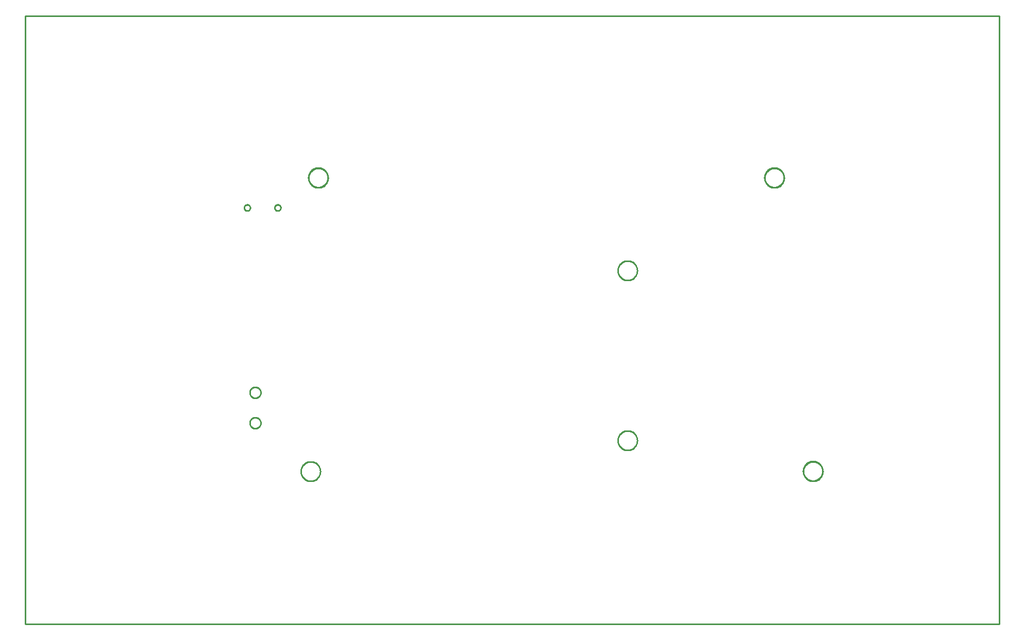
<source format=gbr>
G04 EAGLE Gerber RS-274X export*
G75*
%MOMM*%
%FSLAX34Y34*%
%LPD*%
%IN*%
%IPPOS*%
%AMOC8*
5,1,8,0,0,1.08239X$1,22.5*%
G01*
%ADD10C,0.254000*%


D10*
X0Y0D02*
X1600000Y0D01*
X1600000Y1000000D01*
X0Y1000000D01*
X0Y0D01*
X497332Y733536D02*
X497263Y732491D01*
X497127Y731452D01*
X496922Y730424D01*
X496651Y729412D01*
X496314Y728420D01*
X495913Y727452D01*
X495450Y726513D01*
X494926Y725605D01*
X494344Y724734D01*
X493706Y723903D01*
X493016Y723115D01*
X492275Y722374D01*
X491487Y721684D01*
X490656Y721046D01*
X489785Y720464D01*
X488877Y719940D01*
X487938Y719477D01*
X486970Y719076D01*
X485978Y718739D01*
X484966Y718468D01*
X483938Y718263D01*
X482899Y718127D01*
X481854Y718058D01*
X480806Y718058D01*
X479761Y718127D01*
X478722Y718263D01*
X477694Y718468D01*
X476682Y718739D01*
X475690Y719076D01*
X474722Y719477D01*
X473783Y719940D01*
X472875Y720464D01*
X472004Y721046D01*
X471173Y721684D01*
X470385Y722374D01*
X469644Y723115D01*
X468954Y723903D01*
X468316Y724734D01*
X467734Y725605D01*
X467210Y726513D01*
X466747Y727452D01*
X466346Y728420D01*
X466009Y729412D01*
X465738Y730424D01*
X465533Y731452D01*
X465397Y732491D01*
X465328Y733536D01*
X465328Y734584D01*
X465397Y735629D01*
X465533Y736668D01*
X465738Y737696D01*
X466009Y738708D01*
X466346Y739700D01*
X466747Y740668D01*
X467210Y741607D01*
X467734Y742515D01*
X468316Y743386D01*
X468954Y744217D01*
X469644Y745005D01*
X470385Y745746D01*
X471173Y746436D01*
X472004Y747074D01*
X472875Y747656D01*
X473783Y748180D01*
X474722Y748643D01*
X475690Y749044D01*
X476682Y749381D01*
X477694Y749652D01*
X478722Y749857D01*
X479761Y749993D01*
X480806Y750062D01*
X481854Y750062D01*
X482899Y749993D01*
X483938Y749857D01*
X484966Y749652D01*
X485978Y749381D01*
X486970Y749044D01*
X487938Y748643D01*
X488877Y748180D01*
X489785Y747656D01*
X490656Y747074D01*
X491487Y746436D01*
X492275Y745746D01*
X493016Y745005D01*
X493706Y744217D01*
X494344Y743386D01*
X494926Y742515D01*
X495450Y741607D01*
X495913Y740668D01*
X496314Y739700D01*
X496651Y738708D01*
X496922Y737696D01*
X497127Y736668D01*
X497263Y735629D01*
X497332Y734584D01*
X497332Y733536D01*
X1246632Y733536D02*
X1246563Y732491D01*
X1246427Y731452D01*
X1246222Y730424D01*
X1245951Y729412D01*
X1245614Y728420D01*
X1245213Y727452D01*
X1244750Y726513D01*
X1244226Y725605D01*
X1243644Y724734D01*
X1243006Y723903D01*
X1242316Y723115D01*
X1241575Y722374D01*
X1240787Y721684D01*
X1239956Y721046D01*
X1239085Y720464D01*
X1238177Y719940D01*
X1237238Y719477D01*
X1236270Y719076D01*
X1235278Y718739D01*
X1234266Y718468D01*
X1233238Y718263D01*
X1232199Y718127D01*
X1231154Y718058D01*
X1230106Y718058D01*
X1229061Y718127D01*
X1228022Y718263D01*
X1226994Y718468D01*
X1225982Y718739D01*
X1224990Y719076D01*
X1224022Y719477D01*
X1223083Y719940D01*
X1222175Y720464D01*
X1221304Y721046D01*
X1220473Y721684D01*
X1219685Y722374D01*
X1218944Y723115D01*
X1218254Y723903D01*
X1217616Y724734D01*
X1217034Y725605D01*
X1216510Y726513D01*
X1216047Y727452D01*
X1215646Y728420D01*
X1215309Y729412D01*
X1215038Y730424D01*
X1214833Y731452D01*
X1214697Y732491D01*
X1214628Y733536D01*
X1214628Y734584D01*
X1214697Y735629D01*
X1214833Y736668D01*
X1215038Y737696D01*
X1215309Y738708D01*
X1215646Y739700D01*
X1216047Y740668D01*
X1216510Y741607D01*
X1217034Y742515D01*
X1217616Y743386D01*
X1218254Y744217D01*
X1218944Y745005D01*
X1219685Y745746D01*
X1220473Y746436D01*
X1221304Y747074D01*
X1222175Y747656D01*
X1223083Y748180D01*
X1224022Y748643D01*
X1224990Y749044D01*
X1225982Y749381D01*
X1226994Y749652D01*
X1228022Y749857D01*
X1229061Y749993D01*
X1230106Y750062D01*
X1231154Y750062D01*
X1232199Y749993D01*
X1233238Y749857D01*
X1234266Y749652D01*
X1235278Y749381D01*
X1236270Y749044D01*
X1237238Y748643D01*
X1238177Y748180D01*
X1239085Y747656D01*
X1239956Y747074D01*
X1240787Y746436D01*
X1241575Y745746D01*
X1242316Y745005D01*
X1243006Y744217D01*
X1243644Y743386D01*
X1244226Y742515D01*
X1244750Y741607D01*
X1245213Y740668D01*
X1245614Y739700D01*
X1245951Y738708D01*
X1246222Y737696D01*
X1246427Y736668D01*
X1246563Y735629D01*
X1246632Y734584D01*
X1246632Y733536D01*
X1310132Y250936D02*
X1310063Y249891D01*
X1309927Y248852D01*
X1309722Y247824D01*
X1309451Y246812D01*
X1309114Y245820D01*
X1308713Y244852D01*
X1308250Y243913D01*
X1307726Y243005D01*
X1307144Y242134D01*
X1306506Y241303D01*
X1305816Y240515D01*
X1305075Y239774D01*
X1304287Y239084D01*
X1303456Y238446D01*
X1302585Y237864D01*
X1301677Y237340D01*
X1300738Y236877D01*
X1299770Y236476D01*
X1298778Y236139D01*
X1297766Y235868D01*
X1296738Y235663D01*
X1295699Y235527D01*
X1294654Y235458D01*
X1293606Y235458D01*
X1292561Y235527D01*
X1291522Y235663D01*
X1290494Y235868D01*
X1289482Y236139D01*
X1288490Y236476D01*
X1287522Y236877D01*
X1286583Y237340D01*
X1285675Y237864D01*
X1284804Y238446D01*
X1283973Y239084D01*
X1283185Y239774D01*
X1282444Y240515D01*
X1281754Y241303D01*
X1281116Y242134D01*
X1280534Y243005D01*
X1280010Y243913D01*
X1279547Y244852D01*
X1279146Y245820D01*
X1278809Y246812D01*
X1278538Y247824D01*
X1278333Y248852D01*
X1278197Y249891D01*
X1278128Y250936D01*
X1278128Y251984D01*
X1278197Y253029D01*
X1278333Y254068D01*
X1278538Y255096D01*
X1278809Y256108D01*
X1279146Y257100D01*
X1279547Y258068D01*
X1280010Y259007D01*
X1280534Y259915D01*
X1281116Y260786D01*
X1281754Y261617D01*
X1282444Y262405D01*
X1283185Y263146D01*
X1283973Y263836D01*
X1284804Y264474D01*
X1285675Y265056D01*
X1286583Y265580D01*
X1287522Y266043D01*
X1288490Y266444D01*
X1289482Y266781D01*
X1290494Y267052D01*
X1291522Y267257D01*
X1292561Y267393D01*
X1293606Y267462D01*
X1294654Y267462D01*
X1295699Y267393D01*
X1296738Y267257D01*
X1297766Y267052D01*
X1298778Y266781D01*
X1299770Y266444D01*
X1300738Y266043D01*
X1301677Y265580D01*
X1302585Y265056D01*
X1303456Y264474D01*
X1304287Y263836D01*
X1305075Y263146D01*
X1305816Y262405D01*
X1306506Y261617D01*
X1307144Y260786D01*
X1307726Y259915D01*
X1308250Y259007D01*
X1308713Y258068D01*
X1309114Y257100D01*
X1309451Y256108D01*
X1309722Y255096D01*
X1309927Y254068D01*
X1310063Y253029D01*
X1310132Y251984D01*
X1310132Y250936D01*
X1310384Y250428D02*
X1310316Y249383D01*
X1310179Y248344D01*
X1309974Y247317D01*
X1309703Y246305D01*
X1309367Y245313D01*
X1308966Y244345D01*
X1308502Y243406D01*
X1307979Y242498D01*
X1307397Y241627D01*
X1306759Y240796D01*
X1306068Y240009D01*
X1305327Y239268D01*
X1304540Y238577D01*
X1303709Y237940D01*
X1302838Y237358D01*
X1301930Y236834D01*
X1300991Y236370D01*
X1300023Y235969D01*
X1299031Y235633D01*
X1298019Y235362D01*
X1296992Y235157D01*
X1295953Y235021D01*
X1294908Y234952D01*
X1293860Y234952D01*
X1292815Y235021D01*
X1291776Y235157D01*
X1290749Y235362D01*
X1289737Y235633D01*
X1288745Y235969D01*
X1287777Y236370D01*
X1286838Y236834D01*
X1285930Y237358D01*
X1285059Y237940D01*
X1284228Y238577D01*
X1283441Y239268D01*
X1282700Y240009D01*
X1282009Y240796D01*
X1281372Y241627D01*
X1280790Y242498D01*
X1280266Y243406D01*
X1279802Y244345D01*
X1279401Y245313D01*
X1279065Y246305D01*
X1278794Y247317D01*
X1278589Y248344D01*
X1278453Y249383D01*
X1278384Y250428D01*
X1278384Y251476D01*
X1278453Y252521D01*
X1278589Y253560D01*
X1278794Y254587D01*
X1279065Y255599D01*
X1279401Y256591D01*
X1279802Y257559D01*
X1280266Y258498D01*
X1280790Y259406D01*
X1281372Y260277D01*
X1282009Y261108D01*
X1282700Y261895D01*
X1283441Y262636D01*
X1284228Y263327D01*
X1285059Y263965D01*
X1285930Y264547D01*
X1286838Y265070D01*
X1287777Y265534D01*
X1288745Y265935D01*
X1289737Y266271D01*
X1290749Y266542D01*
X1291776Y266747D01*
X1292815Y266884D01*
X1293860Y266952D01*
X1294908Y266952D01*
X1295953Y266884D01*
X1296992Y266747D01*
X1298019Y266542D01*
X1299031Y266271D01*
X1300023Y265935D01*
X1300991Y265534D01*
X1301930Y265070D01*
X1302838Y264547D01*
X1303709Y263965D01*
X1304540Y263327D01*
X1305327Y262636D01*
X1306068Y261895D01*
X1306759Y261108D01*
X1307397Y260277D01*
X1307979Y259406D01*
X1308502Y258498D01*
X1308966Y257559D01*
X1309367Y256591D01*
X1309703Y255599D01*
X1309974Y254587D01*
X1310179Y253560D01*
X1310316Y252521D01*
X1310384Y251476D01*
X1310384Y250428D01*
X497584Y733028D02*
X497516Y731983D01*
X497379Y730944D01*
X497174Y729917D01*
X496903Y728905D01*
X496567Y727913D01*
X496166Y726945D01*
X495702Y726006D01*
X495179Y725098D01*
X494597Y724227D01*
X493959Y723396D01*
X493268Y722609D01*
X492527Y721868D01*
X491740Y721177D01*
X490909Y720540D01*
X490038Y719958D01*
X489130Y719434D01*
X488191Y718970D01*
X487223Y718569D01*
X486231Y718233D01*
X485219Y717962D01*
X484192Y717757D01*
X483153Y717621D01*
X482108Y717552D01*
X481060Y717552D01*
X480015Y717621D01*
X478976Y717757D01*
X477949Y717962D01*
X476937Y718233D01*
X475945Y718569D01*
X474977Y718970D01*
X474038Y719434D01*
X473130Y719958D01*
X472259Y720540D01*
X471428Y721177D01*
X470641Y721868D01*
X469900Y722609D01*
X469209Y723396D01*
X468572Y724227D01*
X467990Y725098D01*
X467466Y726006D01*
X467002Y726945D01*
X466601Y727913D01*
X466265Y728905D01*
X465994Y729917D01*
X465789Y730944D01*
X465653Y731983D01*
X465584Y733028D01*
X465584Y734076D01*
X465653Y735121D01*
X465789Y736160D01*
X465994Y737187D01*
X466265Y738199D01*
X466601Y739191D01*
X467002Y740159D01*
X467466Y741098D01*
X467990Y742006D01*
X468572Y742877D01*
X469209Y743708D01*
X469900Y744495D01*
X470641Y745236D01*
X471428Y745927D01*
X472259Y746565D01*
X473130Y747147D01*
X474038Y747670D01*
X474977Y748134D01*
X475945Y748535D01*
X476937Y748871D01*
X477949Y749142D01*
X478976Y749347D01*
X480015Y749484D01*
X481060Y749552D01*
X482108Y749552D01*
X483153Y749484D01*
X484192Y749347D01*
X485219Y749142D01*
X486231Y748871D01*
X487223Y748535D01*
X488191Y748134D01*
X489130Y747670D01*
X490038Y747147D01*
X490909Y746565D01*
X491740Y745927D01*
X492527Y745236D01*
X493268Y744495D01*
X493959Y743708D01*
X494597Y742877D01*
X495179Y742006D01*
X495702Y741098D01*
X496166Y740159D01*
X496567Y739191D01*
X496903Y738199D01*
X497174Y737187D01*
X497379Y736160D01*
X497516Y735121D01*
X497584Y734076D01*
X497584Y733028D01*
X1246884Y733028D02*
X1246816Y731983D01*
X1246679Y730944D01*
X1246474Y729917D01*
X1246203Y728905D01*
X1245867Y727913D01*
X1245466Y726945D01*
X1245002Y726006D01*
X1244479Y725098D01*
X1243897Y724227D01*
X1243259Y723396D01*
X1242568Y722609D01*
X1241827Y721868D01*
X1241040Y721177D01*
X1240209Y720540D01*
X1239338Y719958D01*
X1238430Y719434D01*
X1237491Y718970D01*
X1236523Y718569D01*
X1235531Y718233D01*
X1234519Y717962D01*
X1233492Y717757D01*
X1232453Y717621D01*
X1231408Y717552D01*
X1230360Y717552D01*
X1229315Y717621D01*
X1228276Y717757D01*
X1227249Y717962D01*
X1226237Y718233D01*
X1225245Y718569D01*
X1224277Y718970D01*
X1223338Y719434D01*
X1222430Y719958D01*
X1221559Y720540D01*
X1220728Y721177D01*
X1219941Y721868D01*
X1219200Y722609D01*
X1218509Y723396D01*
X1217872Y724227D01*
X1217290Y725098D01*
X1216766Y726006D01*
X1216302Y726945D01*
X1215901Y727913D01*
X1215565Y728905D01*
X1215294Y729917D01*
X1215089Y730944D01*
X1214953Y731983D01*
X1214884Y733028D01*
X1214884Y734076D01*
X1214953Y735121D01*
X1215089Y736160D01*
X1215294Y737187D01*
X1215565Y738199D01*
X1215901Y739191D01*
X1216302Y740159D01*
X1216766Y741098D01*
X1217290Y742006D01*
X1217872Y742877D01*
X1218509Y743708D01*
X1219200Y744495D01*
X1219941Y745236D01*
X1220728Y745927D01*
X1221559Y746565D01*
X1222430Y747147D01*
X1223338Y747670D01*
X1224277Y748134D01*
X1225245Y748535D01*
X1226237Y748871D01*
X1227249Y749142D01*
X1228276Y749347D01*
X1229315Y749484D01*
X1230360Y749552D01*
X1231408Y749552D01*
X1232453Y749484D01*
X1233492Y749347D01*
X1234519Y749142D01*
X1235531Y748871D01*
X1236523Y748535D01*
X1237491Y748134D01*
X1238430Y747670D01*
X1239338Y747147D01*
X1240209Y746565D01*
X1241040Y745927D01*
X1241827Y745236D01*
X1242568Y744495D01*
X1243259Y743708D01*
X1243897Y742877D01*
X1244479Y742006D01*
X1245002Y741098D01*
X1245466Y740159D01*
X1245867Y739191D01*
X1246203Y738199D01*
X1246474Y737187D01*
X1246679Y736160D01*
X1246816Y735121D01*
X1246884Y734076D01*
X1246884Y733028D01*
X484884Y250428D02*
X484816Y249383D01*
X484679Y248344D01*
X484474Y247317D01*
X484203Y246305D01*
X483867Y245313D01*
X483466Y244345D01*
X483002Y243406D01*
X482479Y242498D01*
X481897Y241627D01*
X481259Y240796D01*
X480568Y240009D01*
X479827Y239268D01*
X479040Y238577D01*
X478209Y237940D01*
X477338Y237358D01*
X476430Y236834D01*
X475491Y236370D01*
X474523Y235969D01*
X473531Y235633D01*
X472519Y235362D01*
X471492Y235157D01*
X470453Y235021D01*
X469408Y234952D01*
X468360Y234952D01*
X467315Y235021D01*
X466276Y235157D01*
X465249Y235362D01*
X464237Y235633D01*
X463245Y235969D01*
X462277Y236370D01*
X461338Y236834D01*
X460430Y237358D01*
X459559Y237940D01*
X458728Y238577D01*
X457941Y239268D01*
X457200Y240009D01*
X456509Y240796D01*
X455872Y241627D01*
X455290Y242498D01*
X454766Y243406D01*
X454302Y244345D01*
X453901Y245313D01*
X453565Y246305D01*
X453294Y247317D01*
X453089Y248344D01*
X452953Y249383D01*
X452884Y250428D01*
X452884Y251476D01*
X452953Y252521D01*
X453089Y253560D01*
X453294Y254587D01*
X453565Y255599D01*
X453901Y256591D01*
X454302Y257559D01*
X454766Y258498D01*
X455290Y259406D01*
X455872Y260277D01*
X456509Y261108D01*
X457200Y261895D01*
X457941Y262636D01*
X458728Y263327D01*
X459559Y263965D01*
X460430Y264547D01*
X461338Y265070D01*
X462277Y265534D01*
X463245Y265935D01*
X464237Y266271D01*
X465249Y266542D01*
X466276Y266747D01*
X467315Y266884D01*
X468360Y266952D01*
X469408Y266952D01*
X470453Y266884D01*
X471492Y266747D01*
X472519Y266542D01*
X473531Y266271D01*
X474523Y265935D01*
X475491Y265534D01*
X476430Y265070D01*
X477338Y264547D01*
X478209Y263965D01*
X479040Y263327D01*
X479827Y262636D01*
X480568Y261895D01*
X481259Y261108D01*
X481897Y260277D01*
X482479Y259406D01*
X483002Y258498D01*
X483466Y257559D01*
X483867Y256591D01*
X484203Y255599D01*
X484474Y254587D01*
X484679Y253560D01*
X484816Y252521D01*
X484884Y251476D01*
X484884Y250428D01*
X1005584Y580628D02*
X1005516Y579583D01*
X1005379Y578544D01*
X1005174Y577517D01*
X1004903Y576505D01*
X1004567Y575513D01*
X1004166Y574545D01*
X1003702Y573606D01*
X1003179Y572698D01*
X1002597Y571827D01*
X1001959Y570996D01*
X1001268Y570209D01*
X1000527Y569468D01*
X999740Y568777D01*
X998909Y568140D01*
X998038Y567558D01*
X997130Y567034D01*
X996191Y566570D01*
X995223Y566169D01*
X994231Y565833D01*
X993219Y565562D01*
X992192Y565357D01*
X991153Y565221D01*
X990108Y565152D01*
X989060Y565152D01*
X988015Y565221D01*
X986976Y565357D01*
X985949Y565562D01*
X984937Y565833D01*
X983945Y566169D01*
X982977Y566570D01*
X982038Y567034D01*
X981130Y567558D01*
X980259Y568140D01*
X979428Y568777D01*
X978641Y569468D01*
X977900Y570209D01*
X977209Y570996D01*
X976572Y571827D01*
X975990Y572698D01*
X975466Y573606D01*
X975002Y574545D01*
X974601Y575513D01*
X974265Y576505D01*
X973994Y577517D01*
X973789Y578544D01*
X973653Y579583D01*
X973584Y580628D01*
X973584Y581676D01*
X973653Y582721D01*
X973789Y583760D01*
X973994Y584787D01*
X974265Y585799D01*
X974601Y586791D01*
X975002Y587759D01*
X975466Y588698D01*
X975990Y589606D01*
X976572Y590477D01*
X977209Y591308D01*
X977900Y592095D01*
X978641Y592836D01*
X979428Y593527D01*
X980259Y594165D01*
X981130Y594747D01*
X982038Y595270D01*
X982977Y595734D01*
X983945Y596135D01*
X984937Y596471D01*
X985949Y596742D01*
X986976Y596947D01*
X988015Y597084D01*
X989060Y597152D01*
X990108Y597152D01*
X991153Y597084D01*
X992192Y596947D01*
X993219Y596742D01*
X994231Y596471D01*
X995223Y596135D01*
X996191Y595734D01*
X997130Y595270D01*
X998038Y594747D01*
X998909Y594165D01*
X999740Y593527D01*
X1000527Y592836D01*
X1001268Y592095D01*
X1001959Y591308D01*
X1002597Y590477D01*
X1003179Y589606D01*
X1003702Y588698D01*
X1004166Y587759D01*
X1004567Y586791D01*
X1004903Y585799D01*
X1005174Y584787D01*
X1005379Y583760D01*
X1005516Y582721D01*
X1005584Y581676D01*
X1005584Y580628D01*
X1005584Y301228D02*
X1005516Y300183D01*
X1005379Y299144D01*
X1005174Y298117D01*
X1004903Y297105D01*
X1004567Y296113D01*
X1004166Y295145D01*
X1003702Y294206D01*
X1003179Y293298D01*
X1002597Y292427D01*
X1001959Y291596D01*
X1001268Y290809D01*
X1000527Y290068D01*
X999740Y289377D01*
X998909Y288740D01*
X998038Y288158D01*
X997130Y287634D01*
X996191Y287170D01*
X995223Y286769D01*
X994231Y286433D01*
X993219Y286162D01*
X992192Y285957D01*
X991153Y285821D01*
X990108Y285752D01*
X989060Y285752D01*
X988015Y285821D01*
X986976Y285957D01*
X985949Y286162D01*
X984937Y286433D01*
X983945Y286769D01*
X982977Y287170D01*
X982038Y287634D01*
X981130Y288158D01*
X980259Y288740D01*
X979428Y289377D01*
X978641Y290068D01*
X977900Y290809D01*
X977209Y291596D01*
X976572Y292427D01*
X975990Y293298D01*
X975466Y294206D01*
X975002Y295145D01*
X974601Y296113D01*
X974265Y297105D01*
X973994Y298117D01*
X973789Y299144D01*
X973653Y300183D01*
X973584Y301228D01*
X973584Y302276D01*
X973653Y303321D01*
X973789Y304360D01*
X973994Y305387D01*
X974265Y306399D01*
X974601Y307391D01*
X975002Y308359D01*
X975466Y309298D01*
X975990Y310206D01*
X976572Y311077D01*
X977209Y311908D01*
X977900Y312695D01*
X978641Y313436D01*
X979428Y314127D01*
X980259Y314765D01*
X981130Y315347D01*
X982038Y315870D01*
X982977Y316334D01*
X983945Y316735D01*
X984937Y317071D01*
X985949Y317342D01*
X986976Y317547D01*
X988015Y317684D01*
X989060Y317752D01*
X990108Y317752D01*
X991153Y317684D01*
X992192Y317547D01*
X993219Y317342D01*
X994231Y317071D01*
X995223Y316735D01*
X996191Y316334D01*
X997130Y315870D01*
X998038Y315347D01*
X998909Y314765D01*
X999740Y314127D01*
X1000527Y313436D01*
X1001268Y312695D01*
X1001959Y311908D01*
X1002597Y311077D01*
X1003179Y310206D01*
X1003702Y309298D01*
X1004166Y308359D01*
X1004567Y307391D01*
X1004903Y306399D01*
X1005174Y305387D01*
X1005379Y304360D01*
X1005516Y303321D01*
X1005584Y302276D01*
X1005584Y301228D01*
X386900Y380207D02*
X386832Y379424D01*
X386695Y378650D01*
X386492Y377891D01*
X386223Y377153D01*
X385891Y376440D01*
X385498Y375760D01*
X385047Y375116D01*
X384542Y374514D01*
X383986Y373958D01*
X383384Y373453D01*
X382740Y373002D01*
X382060Y372609D01*
X381347Y372277D01*
X380609Y372008D01*
X379850Y371805D01*
X379076Y371669D01*
X378293Y371600D01*
X377507Y371600D01*
X376724Y371669D01*
X375950Y371805D01*
X375191Y372008D01*
X374453Y372277D01*
X373740Y372609D01*
X373060Y373002D01*
X372416Y373453D01*
X371814Y373958D01*
X371258Y374514D01*
X370753Y375116D01*
X370302Y375760D01*
X369909Y376440D01*
X369577Y377153D01*
X369308Y377891D01*
X369105Y378650D01*
X368969Y379424D01*
X368900Y380207D01*
X368900Y380993D01*
X368969Y381776D01*
X369105Y382550D01*
X369308Y383309D01*
X369577Y384047D01*
X369909Y384760D01*
X370302Y385440D01*
X370753Y386084D01*
X371258Y386686D01*
X371814Y387242D01*
X372416Y387747D01*
X373060Y388198D01*
X373740Y388591D01*
X374453Y388923D01*
X375191Y389192D01*
X375950Y389395D01*
X376724Y389532D01*
X377507Y389600D01*
X378293Y389600D01*
X379076Y389532D01*
X379850Y389395D01*
X380609Y389192D01*
X381347Y388923D01*
X382060Y388591D01*
X382740Y388198D01*
X383384Y387747D01*
X383986Y387242D01*
X384542Y386686D01*
X385047Y386084D01*
X385498Y385440D01*
X385891Y384760D01*
X386223Y384047D01*
X386492Y383309D01*
X386695Y382550D01*
X386832Y381776D01*
X386900Y380993D01*
X386900Y380207D01*
X386900Y330207D02*
X386832Y329424D01*
X386695Y328650D01*
X386492Y327891D01*
X386223Y327153D01*
X385891Y326440D01*
X385498Y325760D01*
X385047Y325116D01*
X384542Y324514D01*
X383986Y323958D01*
X383384Y323453D01*
X382740Y323002D01*
X382060Y322609D01*
X381347Y322277D01*
X380609Y322008D01*
X379850Y321805D01*
X379076Y321669D01*
X378293Y321600D01*
X377507Y321600D01*
X376724Y321669D01*
X375950Y321805D01*
X375191Y322008D01*
X374453Y322277D01*
X373740Y322609D01*
X373060Y323002D01*
X372416Y323453D01*
X371814Y323958D01*
X371258Y324514D01*
X370753Y325116D01*
X370302Y325760D01*
X369909Y326440D01*
X369577Y327153D01*
X369308Y327891D01*
X369105Y328650D01*
X368969Y329424D01*
X368900Y330207D01*
X368900Y330993D01*
X368969Y331776D01*
X369105Y332550D01*
X369308Y333309D01*
X369577Y334047D01*
X369909Y334760D01*
X370302Y335440D01*
X370753Y336084D01*
X371258Y336686D01*
X371814Y337242D01*
X372416Y337747D01*
X373060Y338198D01*
X373740Y338591D01*
X374453Y338923D01*
X375191Y339192D01*
X375950Y339395D01*
X376724Y339532D01*
X377507Y339600D01*
X378293Y339600D01*
X379076Y339532D01*
X379850Y339395D01*
X380609Y339192D01*
X381347Y338923D01*
X382060Y338591D01*
X382740Y338198D01*
X383384Y337747D01*
X383986Y337242D01*
X384542Y336686D01*
X385047Y336084D01*
X385498Y335440D01*
X385891Y334760D01*
X386223Y334047D01*
X386492Y333309D01*
X386695Y332550D01*
X386832Y331776D01*
X386900Y330993D01*
X386900Y330207D01*
X364477Y679530D02*
X363919Y679593D01*
X363372Y679718D01*
X362842Y679903D01*
X362336Y680147D01*
X361860Y680446D01*
X361421Y680796D01*
X361024Y681193D01*
X360674Y681632D01*
X360375Y682108D01*
X360131Y682614D01*
X359946Y683144D01*
X359821Y683691D01*
X359758Y684249D01*
X359758Y684811D01*
X359821Y685369D01*
X359946Y685916D01*
X360131Y686446D01*
X360375Y686952D01*
X360674Y687428D01*
X361024Y687867D01*
X361421Y688264D01*
X361860Y688614D01*
X362336Y688913D01*
X362842Y689157D01*
X363372Y689342D01*
X363919Y689467D01*
X364477Y689530D01*
X365039Y689530D01*
X365597Y689467D01*
X366144Y689342D01*
X366674Y689157D01*
X367180Y688913D01*
X367656Y688614D01*
X368095Y688264D01*
X368492Y687867D01*
X368842Y687428D01*
X369141Y686952D01*
X369385Y686446D01*
X369570Y685916D01*
X369695Y685369D01*
X369758Y684811D01*
X369758Y684249D01*
X369695Y683691D01*
X369570Y683144D01*
X369385Y682614D01*
X369141Y682108D01*
X368842Y681632D01*
X368492Y681193D01*
X368095Y680796D01*
X367656Y680446D01*
X367180Y680147D01*
X366674Y679903D01*
X366144Y679718D01*
X365597Y679593D01*
X365039Y679530D01*
X364477Y679530D01*
X414477Y679530D02*
X413919Y679593D01*
X413372Y679718D01*
X412842Y679903D01*
X412336Y680147D01*
X411860Y680446D01*
X411421Y680796D01*
X411024Y681193D01*
X410674Y681632D01*
X410375Y682108D01*
X410131Y682614D01*
X409946Y683144D01*
X409821Y683691D01*
X409758Y684249D01*
X409758Y684811D01*
X409821Y685369D01*
X409946Y685916D01*
X410131Y686446D01*
X410375Y686952D01*
X410674Y687428D01*
X411024Y687867D01*
X411421Y688264D01*
X411860Y688614D01*
X412336Y688913D01*
X412842Y689157D01*
X413372Y689342D01*
X413919Y689467D01*
X414477Y689530D01*
X415039Y689530D01*
X415597Y689467D01*
X416144Y689342D01*
X416674Y689157D01*
X417180Y688913D01*
X417656Y688614D01*
X418095Y688264D01*
X418492Y687867D01*
X418842Y687428D01*
X419141Y686952D01*
X419385Y686446D01*
X419570Y685916D01*
X419695Y685369D01*
X419758Y684811D01*
X419758Y684249D01*
X419695Y683691D01*
X419570Y683144D01*
X419385Y682614D01*
X419141Y682108D01*
X418842Y681632D01*
X418492Y681193D01*
X418095Y680796D01*
X417656Y680446D01*
X417180Y680147D01*
X416674Y679903D01*
X416144Y679718D01*
X415597Y679593D01*
X415039Y679530D01*
X414477Y679530D01*
M02*

</source>
